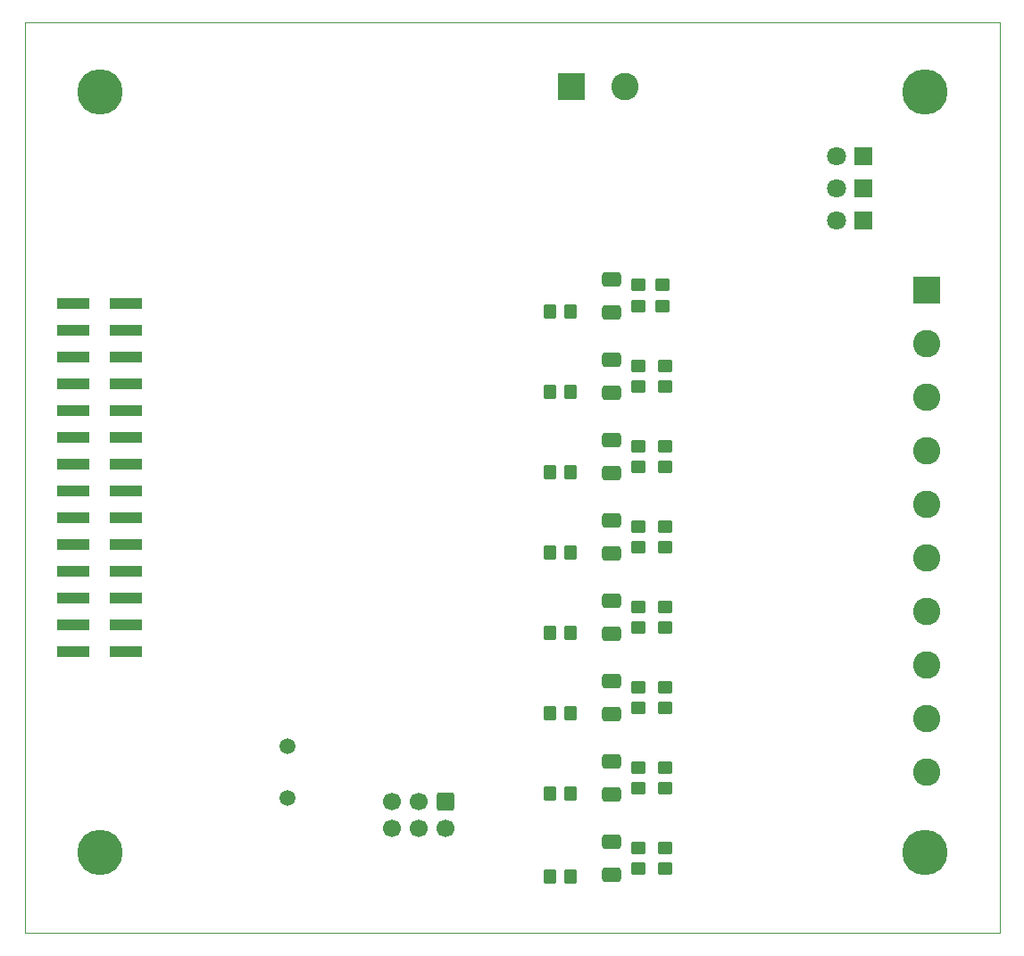
<source format=gbs>
%TF.GenerationSoftware,KiCad,Pcbnew,8.0.0*%
%TF.CreationDate,2024-05-10T19:48:46+02:00*%
%TF.ProjectId,plc_io_module,706c635f-696f-45f6-9d6f-64756c652e6b,1.0.0*%
%TF.SameCoordinates,Original*%
%TF.FileFunction,Soldermask,Bot*%
%TF.FilePolarity,Negative*%
%FSLAX46Y46*%
G04 Gerber Fmt 4.6, Leading zero omitted, Abs format (unit mm)*
G04 Created by KiCad (PCBNEW 8.0.0) date 2024-05-10 19:48:46*
%MOMM*%
%LPD*%
G01*
G04 APERTURE LIST*
G04 Aperture macros list*
%AMRoundRect*
0 Rectangle with rounded corners*
0 $1 Rounding radius*
0 $2 $3 $4 $5 $6 $7 $8 $9 X,Y pos of 4 corners*
0 Add a 4 corners polygon primitive as box body*
4,1,4,$2,$3,$4,$5,$6,$7,$8,$9,$2,$3,0*
0 Add four circle primitives for the rounded corners*
1,1,$1+$1,$2,$3*
1,1,$1+$1,$4,$5*
1,1,$1+$1,$6,$7*
1,1,$1+$1,$8,$9*
0 Add four rect primitives between the rounded corners*
20,1,$1+$1,$2,$3,$4,$5,0*
20,1,$1+$1,$4,$5,$6,$7,0*
20,1,$1+$1,$6,$7,$8,$9,0*
20,1,$1+$1,$8,$9,$2,$3,0*%
G04 Aperture macros list end*
%ADD10C,4.300000*%
%ADD11RoundRect,0.250000X-0.600000X0.600000X-0.600000X-0.600000X0.600000X-0.600000X0.600000X0.600000X0*%
%ADD12C,1.700000*%
%ADD13R,2.600000X2.600000*%
%ADD14C,2.600000*%
%ADD15R,1.800000X1.800000*%
%ADD16C,1.800000*%
%ADD17C,1.500000*%
%ADD18RoundRect,0.250000X0.650000X-0.412500X0.650000X0.412500X-0.650000X0.412500X-0.650000X-0.412500X0*%
%ADD19RoundRect,0.250000X-0.450000X0.350000X-0.450000X-0.350000X0.450000X-0.350000X0.450000X0.350000X0*%
%ADD20RoundRect,0.250000X-0.350000X-0.450000X0.350000X-0.450000X0.350000X0.450000X-0.350000X0.450000X0*%
%ADD21RoundRect,0.250000X0.450000X-0.350000X0.450000X0.350000X-0.450000X0.350000X-0.450000X-0.350000X0*%
%ADD22R,3.150000X1.000000*%
%TA.AperFunction,Profile*%
%ADD23C,0.050000*%
%TD*%
G04 APERTURE END LIST*
D10*
%TO.C,H1*%
X106172000Y-62484000D03*
%TD*%
D11*
%TO.C,J2*%
X138938000Y-129794000D03*
D12*
X138938000Y-132334000D03*
X136398000Y-129794000D03*
X136398000Y-132334000D03*
X133858000Y-129794000D03*
X133858000Y-132334000D03*
%TD*%
D10*
%TO.C,H3*%
X184404000Y-62484000D03*
%TD*%
D13*
%TO.C,J3*%
X150871000Y-61976000D03*
D14*
X155951000Y-61976000D03*
%TD*%
D15*
%TO.C,D2*%
X178567000Y-68580000D03*
D16*
X176027000Y-68580000D03*
%TD*%
D15*
%TO.C,D4*%
X178567000Y-74676000D03*
D16*
X176027000Y-74676000D03*
%TD*%
D10*
%TO.C,H4*%
X184404000Y-134620000D03*
%TD*%
%TO.C,H2*%
X106172000Y-134620000D03*
%TD*%
D17*
%TO.C,Y1*%
X123952000Y-124550000D03*
X123952000Y-129450000D03*
%TD*%
D13*
%TO.C,J4*%
X184612000Y-81280000D03*
D14*
X184612000Y-86360000D03*
X184612000Y-91440000D03*
X184612000Y-96520000D03*
X184612000Y-101600000D03*
X184612000Y-106680000D03*
X184612000Y-111760000D03*
X184612000Y-116840000D03*
X184612000Y-121920000D03*
X184612000Y-127000000D03*
%TD*%
D15*
%TO.C,D3*%
X178567000Y-71628000D03*
D16*
X176027000Y-71628000D03*
%TD*%
D18*
%TO.C,C19*%
X154686000Y-98590500D03*
X154686000Y-95465500D03*
%TD*%
D19*
%TO.C,R53*%
X159766000Y-103686500D03*
X159766000Y-105686500D03*
%TD*%
D18*
%TO.C,C18*%
X154686000Y-90970500D03*
X154686000Y-87845500D03*
%TD*%
%TO.C,C24*%
X154686000Y-136690500D03*
X154686000Y-133565500D03*
%TD*%
D20*
%TO.C,R66*%
X148860000Y-83312000D03*
X150860000Y-83312000D03*
%TD*%
%TO.C,R67*%
X148860000Y-90932000D03*
X150860000Y-90932000D03*
%TD*%
D21*
%TO.C,R62*%
X157226000Y-113306500D03*
X157226000Y-111306500D03*
%TD*%
D22*
%TO.C,J5*%
X108697000Y-82550000D03*
X103647000Y-82550000D03*
X108697000Y-85090000D03*
X103647000Y-85090000D03*
X108697000Y-87630000D03*
X103647000Y-87630000D03*
X108697000Y-90170000D03*
X103647000Y-90170000D03*
X108697000Y-92710000D03*
X103647000Y-92710000D03*
X108697000Y-95250000D03*
X103647000Y-95250000D03*
X108697000Y-97790000D03*
X103647000Y-97790000D03*
X108697000Y-100330000D03*
X103647000Y-100330000D03*
X108697000Y-102870000D03*
X103647000Y-102870000D03*
X108697000Y-105410000D03*
X103647000Y-105410000D03*
X108697000Y-107950000D03*
X103647000Y-107950000D03*
X108697000Y-110490000D03*
X103647000Y-110490000D03*
X108697000Y-113030000D03*
X103647000Y-113030000D03*
X108697000Y-115570000D03*
X103647000Y-115570000D03*
%TD*%
D20*
%TO.C,R73*%
X148860000Y-136906000D03*
X150860000Y-136906000D03*
%TD*%
D19*
%TO.C,R51*%
X159766000Y-88446500D03*
X159766000Y-90446500D03*
%TD*%
D18*
%TO.C,C21*%
X154686000Y-113830500D03*
X154686000Y-110705500D03*
%TD*%
D21*
%TO.C,R60*%
X157226000Y-98066500D03*
X157226000Y-96066500D03*
%TD*%
D20*
%TO.C,R72*%
X148860000Y-129032000D03*
X150860000Y-129032000D03*
%TD*%
D18*
%TO.C,C22*%
X154686000Y-121450500D03*
X154686000Y-118325500D03*
%TD*%
D19*
%TO.C,R50*%
X159512000Y-80788000D03*
X159512000Y-82788000D03*
%TD*%
%TO.C,R52*%
X159766000Y-96066500D03*
X159766000Y-98066500D03*
%TD*%
%TO.C,R54*%
X159766000Y-111306500D03*
X159766000Y-113306500D03*
%TD*%
%TO.C,R55*%
X159766000Y-118926500D03*
X159766000Y-120926500D03*
%TD*%
D20*
%TO.C,R68*%
X148860000Y-98552000D03*
X150860000Y-98552000D03*
%TD*%
D21*
%TO.C,R63*%
X157226000Y-120926500D03*
X157226000Y-118926500D03*
%TD*%
D18*
%TO.C,C23*%
X154686000Y-129070500D03*
X154686000Y-125945500D03*
%TD*%
D21*
%TO.C,R64*%
X157226000Y-128546500D03*
X157226000Y-126546500D03*
%TD*%
D20*
%TO.C,R70*%
X148860000Y-113792000D03*
X150860000Y-113792000D03*
%TD*%
D19*
%TO.C,R57*%
X159766000Y-134166500D03*
X159766000Y-136166500D03*
%TD*%
D20*
%TO.C,R69*%
X148860000Y-106172000D03*
X150860000Y-106172000D03*
%TD*%
D21*
%TO.C,R58*%
X157226000Y-82788000D03*
X157226000Y-80788000D03*
%TD*%
%TO.C,R65*%
X157226000Y-136166500D03*
X157226000Y-134166500D03*
%TD*%
%TO.C,R59*%
X157226000Y-90446500D03*
X157226000Y-88446500D03*
%TD*%
D19*
%TO.C,R56*%
X159766000Y-126546500D03*
X159766000Y-128546500D03*
%TD*%
D21*
%TO.C,R61*%
X157226000Y-105686500D03*
X157226000Y-103686500D03*
%TD*%
D20*
%TO.C,R71*%
X148860000Y-121412000D03*
X150860000Y-121412000D03*
%TD*%
D18*
%TO.C,C17*%
X154686000Y-83350500D03*
X154686000Y-80225500D03*
%TD*%
%TO.C,C20*%
X154686000Y-106210500D03*
X154686000Y-103085500D03*
%TD*%
D23*
X99060000Y-55880000D02*
X191516000Y-55880000D01*
X191516000Y-142240000D01*
X99060000Y-142240000D01*
X99060000Y-55880000D01*
M02*

</source>
